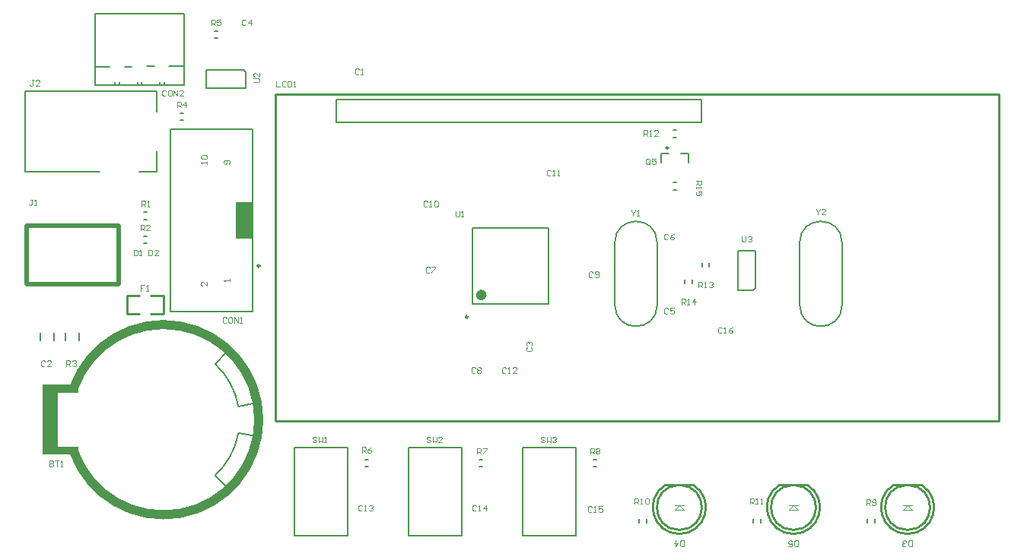
<source format=gto>
%FSLAX44Y44*%
%MOMM*%
G71*
G01*
G75*
%ADD10C,0.2540*%
%ADD11C,0.5080*%
%ADD12C,0.5842*%
%ADD13C,1.2700*%
%ADD14R,0.9000X1.0000*%
%ADD15R,1.0160X0.7620*%
%ADD16R,1.8000X1.3000*%
%ADD17R,1.1430X1.2700*%
%ADD18R,1.0000X1.0000*%
%ADD19R,1.0000X1.0000*%
%ADD20R,1.0000X0.9000*%
G04:AMPARAMS|DCode=21|XSize=2.8mm|YSize=0.5mm|CornerRadius=0.125mm|HoleSize=0mm|Usage=FLASHONLY|Rotation=180.000|XOffset=0mm|YOffset=0mm|HoleType=Round|Shape=RoundedRectangle|*
%AMROUNDEDRECTD21*
21,1,2.8000,0.2500,0,0,180.0*
21,1,2.5500,0.5000,0,0,180.0*
1,1,0.2500,-1.2750,0.1250*
1,1,0.2500,1.2750,0.1250*
1,1,0.2500,1.2750,-0.1250*
1,1,0.2500,-1.2750,-0.1250*
%
%ADD21ROUNDEDRECTD21*%
G04:AMPARAMS|DCode=22|XSize=3.5mm|YSize=2.05mm|CornerRadius=0.5125mm|HoleSize=0mm|Usage=FLASHONLY|Rotation=180.000|XOffset=0mm|YOffset=0mm|HoleType=Round|Shape=RoundedRectangle|*
%AMROUNDEDRECTD22*
21,1,3.5000,1.0250,0,0,180.0*
21,1,2.4750,2.0500,0,0,180.0*
1,1,1.0250,-1.2375,0.5125*
1,1,1.0250,1.2375,0.5125*
1,1,1.0250,1.2375,-0.5125*
1,1,1.0250,-1.2375,-0.5125*
%
%ADD22ROUNDEDRECTD22*%
G04:AMPARAMS|DCode=23|XSize=4mm|YSize=2.05mm|CornerRadius=0.5125mm|HoleSize=0mm|Usage=FLASHONLY|Rotation=180.000|XOffset=0mm|YOffset=0mm|HoleType=Round|Shape=RoundedRectangle|*
%AMROUNDEDRECTD23*
21,1,4.0000,1.0250,0,0,180.0*
21,1,2.9750,2.0500,0,0,180.0*
1,1,1.0250,-1.4875,0.5125*
1,1,1.0250,1.4875,0.5125*
1,1,1.0250,1.4875,-0.5125*
1,1,1.0250,-1.4875,-0.5125*
%
%ADD23ROUNDEDRECTD23*%
G04:AMPARAMS|DCode=24|XSize=3.5mm|YSize=2.05mm|CornerRadius=0.5125mm|HoleSize=0mm|Usage=FLASHONLY|Rotation=180.000|XOffset=0mm|YOffset=0mm|HoleType=Round|Shape=RoundedRectangle|*
%AMROUNDEDRECTD24*
21,1,3.5000,1.0250,0,0,180.0*
21,1,2.4750,2.0500,0,0,180.0*
1,1,1.0250,-1.2375,0.5125*
1,1,1.0250,1.2375,0.5125*
1,1,1.0250,1.2375,-0.5125*
1,1,1.0250,-1.2375,-0.5125*
%
%ADD24ROUNDEDRECTD24*%
%ADD25O,0.6000X1.9000*%
%ADD26O,1.9000X0.6000*%
%ADD27O,0.6000X2.0500*%
%ADD28O,2.0500X0.6000*%
%ADD29R,0.6000X0.8500*%
%ADD30C,1.0160*%
%ADD31C,0.7620*%
%ADD32C,0.3810*%
%ADD33R,2.5250X7.2000*%
%ADD34R,4.1500X2.0750*%
%ADD35R,2.7250X2.0750*%
%ADD36R,1.2250X7.2000*%
%ADD37C,1.6500*%
%ADD38R,1.6500X1.6500*%
%ADD39C,1.6000*%
%ADD40O,1.5000X2.5000*%
%ADD41R,1.5000X2.5000*%
%ADD42O,4.0000X2.0000*%
%ADD43O,2.0000X4.5000*%
%ADD44O,2.0000X4.0000*%
%ADD45C,2.0000*%
%ADD46C,1.7000*%
%ADD47C,0.9000*%
%ADD48C,6.0000*%
%ADD49C,1.5000*%
%ADD50R,1.5000X1.5000*%
%ADD51C,5.0000*%
%ADD52C,0.7000*%
%ADD53C,1.2700*%
%ADD54C,0.2500*%
%ADD55C,0.2000*%
%ADD56C,1.0000*%
%ADD57C,0.6000*%
%ADD58C,0.1000*%
%ADD59C,0.5000*%
%ADD60C,0.1016*%
%ADD61R,1.9000X4.1000*%
%ADD62R,1.7500X7.7750*%
%ADD63R,3.1250X0.8750*%
D10*
X728544Y74526D02*
G03*
X729416Y74526I436J-24996D01*
G01*
X713802Y74826D02*
G03*
X744158Y74826I15178J-25296D01*
G01*
X855544Y74526D02*
G03*
X856416Y74526I436J-24996D01*
G01*
X840802Y74826D02*
G03*
X871158Y74826I15178J-25296D01*
G01*
X982544Y74526D02*
G03*
X983416Y74526I436J-24996D01*
G01*
X967802Y74826D02*
G03*
X998158Y74826I15178J-25296D01*
G01*
X140970Y285750D02*
X147320D01*
X114300Y265430D02*
Y285750D01*
X154940Y265430D02*
Y285750D01*
X114300Y265430D02*
X128270D01*
X114300Y285750D02*
X128270D01*
X147320D02*
X154940D01*
X140970Y265430D02*
X154940D01*
X713802Y74826D02*
X744158D01*
X840802D02*
X871158D01*
X967802D02*
X998158D01*
X279400Y146050D02*
X1084400D01*
X279400D02*
Y510312D01*
X1084400D01*
Y146050D02*
Y510312D01*
D54*
X262030Y318770D02*
G03*
X262030Y318770I-1250J0D01*
G01*
X493770Y261770D02*
G03*
X493770Y261770I-1250J0D01*
G01*
X716650Y450380D02*
G03*
X716650Y450380I-1250J0D01*
G01*
D55*
X704220Y344880D02*
G03*
X657220Y344880I-23500J0D01*
G01*
Y274880D02*
G03*
X704220Y274880I23500J0D01*
G01*
X862960D02*
G03*
X909960Y274880I23500J0D01*
G01*
Y344880D02*
G03*
X862960Y344880I-23500J0D01*
G01*
X212535Y85374D02*
G03*
X238192Y132365I-57595J61946D01*
G01*
Y162275D02*
G03*
X212535Y209266I-83252J-14955D01*
G01*
X132620Y343980D02*
X136620D01*
X132620Y351980D02*
X136620D01*
X61340Y236030D02*
Y244030D01*
X45340Y236030D02*
Y244030D01*
X132620Y370650D02*
X136620D01*
X132620Y378650D02*
X136620D01*
X162280Y267970D02*
Y471170D01*
X254280Y267970D02*
Y471170D01*
X162280Y267970D02*
X254280D01*
X162280Y471170D02*
X254280D01*
X17400Y236030D02*
Y244030D01*
X33400Y236030D02*
Y244030D01*
X173260Y489140D02*
X177260D01*
X173260Y481140D02*
X177260D01*
X211360Y580580D02*
X215360D01*
X211360Y572580D02*
X215360D01*
X704220Y274880D02*
Y344880D01*
X657220Y274880D02*
Y344880D01*
X78770Y520400D02*
Y599400D01*
X177770D01*
Y520400D02*
Y599400D01*
X78770Y520400D02*
X177770D01*
X160770Y540900D02*
X176770D01*
X78770Y540400D02*
X94770D01*
X111770D02*
X119770D01*
X100770Y520400D02*
Y523400D01*
X105770Y520400D02*
Y523400D01*
X125770Y520400D02*
Y523400D01*
X130770Y520400D02*
Y523400D01*
X136770Y540900D02*
X144770D01*
X150770Y520400D02*
Y523400D01*
X155770Y520400D02*
Y523400D01*
X721900Y462090D02*
X725900D01*
X721900Y470090D02*
X725900D01*
X633000Y103060D02*
X637000D01*
X633000Y95060D02*
X637000D01*
X506000Y103060D02*
X510000D01*
X506000Y95060D02*
X510000D01*
X379000Y103060D02*
X383000D01*
X379000Y95060D02*
X383000D01*
X427200Y18310D02*
X487200D01*
Y116310D01*
X427200D02*
X487200D01*
X427200Y18310D02*
Y116310D01*
X554200Y18310D02*
X614200D01*
Y116310D01*
X554200D02*
X614200D01*
X554200Y18310D02*
Y116310D01*
X300200Y18310D02*
X360200D01*
Y116310D01*
X300200D02*
X360200D01*
X300200Y18310D02*
Y116310D01*
X862960Y274880D02*
Y344880D01*
X909960Y274880D02*
Y344880D01*
X811340Y32290D02*
Y36290D01*
X819340Y32290D02*
Y36290D01*
X684340Y32290D02*
Y36290D01*
X692340Y32290D02*
Y36290D01*
X938340Y32290D02*
Y36290D01*
X946340Y32290D02*
Y36290D01*
X147270Y513630D02*
X147270Y490630D01*
X1270Y513630D02*
X147270D01*
X1270Y423630D02*
Y513630D01*
X147270Y423630D02*
Y446630D01*
X128270Y423630D02*
X147270D01*
X1270D02*
X84270D01*
X238440Y132320D02*
X258190Y128820D01*
X212535Y85374D02*
X225940Y71070D01*
X212535Y209266D02*
X225940Y223570D01*
X238440Y162320D02*
X258190Y165820D01*
X29940Y185320D02*
X50940D01*
X29940Y109320D02*
X50690D01*
X753229Y478562D02*
Y503962D01*
X365879D02*
X753229D01*
X346829D02*
X365879D01*
X346829Y478562D02*
Y503962D01*
Y478562D02*
X753229D01*
X244040Y537050D02*
X246790Y534300D01*
X202790Y537050D02*
X244040D01*
X202790Y517050D02*
Y537050D01*
X246790Y517050D02*
Y534300D01*
X202790Y517050D02*
X246790D01*
X811160Y291690D02*
X813910Y294440D01*
Y335690D01*
X793910D02*
X813910D01*
X793910Y291690D02*
X811160D01*
X793910D02*
Y335690D01*
X498520Y276270D02*
X583520D01*
X498520Y361270D02*
X583520D01*
X498520Y276270D02*
Y361270D01*
X583520Y276270D02*
Y361270D01*
X754190Y318040D02*
Y322040D01*
X762190Y318040D02*
Y322040D01*
X735140Y298990D02*
Y302990D01*
X743140Y298990D02*
Y302990D01*
X708900Y433880D02*
Y443880D01*
X716900D01*
X738900Y433880D02*
Y443880D01*
X730900D02*
X738900D01*
X721900Y403670D02*
X725900D01*
X721900Y411670D02*
X725900D01*
D56*
X55464Y110708D02*
G03*
X55350Y183621I99476J36612D01*
G01*
D57*
X511520Y286270D02*
G03*
X511520Y286270I-3000J0D01*
G01*
D58*
X723900Y52070D02*
X734060D01*
X723900Y46990D02*
X728980D01*
X734060D01*
X723900D02*
X728980Y52070D01*
X734060Y46990D01*
X850900Y52070D02*
X861060D01*
X850900Y46990D02*
X855980D01*
X861060D01*
X850900D02*
X855980Y52070D01*
X861060Y46990D01*
X977900Y52070D02*
X988060D01*
X977900Y46990D02*
X982980D01*
X988060D01*
X977900D02*
X982980Y52070D01*
X988060Y46990D01*
D59*
X2590Y298210D02*
Y363210D01*
X105090D01*
Y298210D02*
Y363210D01*
X2590Y298210D02*
X105090D01*
D60*
X27940Y101598D02*
Y95250D01*
X31114D01*
X32172Y96308D01*
Y97366D01*
X31114Y98424D01*
X27940D01*
X31114D01*
X32172Y99482D01*
Y100540D01*
X31114Y101598D01*
X27940D01*
X34288D02*
X38520D01*
X36404D01*
Y95250D01*
X40636D02*
X42752D01*
X41694D01*
Y101598D01*
X40636Y100540D01*
X372532Y537420D02*
X371474Y538478D01*
X369358D01*
X368300Y537420D01*
Y533188D01*
X369358Y532130D01*
X371474D01*
X372532Y533188D01*
X374648Y532130D02*
X376764D01*
X375706D01*
Y538478D01*
X374648Y537420D01*
X23282Y212300D02*
X22224Y213358D01*
X20108D01*
X19050Y212300D01*
Y208068D01*
X20108Y207010D01*
X22224D01*
X23282Y208068D01*
X29630Y207010D02*
X25398D01*
X29630Y211242D01*
Y212300D01*
X28572Y213358D01*
X26456D01*
X25398Y212300D01*
X559860Y227752D02*
X558802Y226694D01*
Y224578D01*
X559860Y223520D01*
X564092D01*
X565150Y224578D01*
Y226694D01*
X564092Y227752D01*
X559860Y229868D02*
X558802Y230926D01*
Y233042D01*
X559860Y234100D01*
X560918D01*
X561976Y233042D01*
Y231984D01*
Y233042D01*
X563034Y234100D01*
X564092D01*
X565150Y233042D01*
Y230926D01*
X564092Y229868D01*
X246802Y592030D02*
X245744Y593088D01*
X243628D01*
X242570Y592030D01*
Y587798D01*
X243628Y586740D01*
X245744D01*
X246802Y587798D01*
X252092Y586740D02*
Y593088D01*
X248918Y589914D01*
X253150D01*
X716702Y270720D02*
X715644Y271778D01*
X713528D01*
X712470Y270720D01*
Y266488D01*
X713528Y265430D01*
X715644D01*
X716702Y266488D01*
X723050Y271778D02*
X718818D01*
Y268604D01*
X720934Y269662D01*
X721992D01*
X723050Y268604D01*
Y266488D01*
X721992Y265430D01*
X719876D01*
X718818Y266488D01*
X716702Y353270D02*
X715644Y354328D01*
X713528D01*
X712470Y353270D01*
Y349038D01*
X713528Y347980D01*
X715644D01*
X716702Y349038D01*
X723050Y354328D02*
X720934Y353270D01*
X718818Y351154D01*
Y349038D01*
X719876Y347980D01*
X721992D01*
X723050Y349038D01*
Y350096D01*
X721992Y351154D01*
X718818D01*
X451272Y316440D02*
X450214Y317498D01*
X448098D01*
X447040Y316440D01*
Y312208D01*
X448098Y311150D01*
X450214D01*
X451272Y312208D01*
X453388Y317498D02*
X457620D01*
Y316440D01*
X453388Y312208D01*
Y311150D01*
X502072Y204680D02*
X501014Y205738D01*
X498898D01*
X497840Y204680D01*
Y200448D01*
X498898Y199390D01*
X501014D01*
X502072Y200448D01*
X504188Y204680D02*
X505246Y205738D01*
X507362D01*
X508420Y204680D01*
Y203622D01*
X507362Y202564D01*
X508420Y201506D01*
Y200448D01*
X507362Y199390D01*
X505246D01*
X504188Y200448D01*
Y201506D01*
X505246Y202564D01*
X504188Y203622D01*
Y204680D01*
X505246Y202564D02*
X507362D01*
X632882Y311360D02*
X631824Y312418D01*
X629708D01*
X628650Y311360D01*
Y307128D01*
X629708Y306070D01*
X631824D01*
X632882Y307128D01*
X634998D02*
X636056Y306070D01*
X638172D01*
X639230Y307128D01*
Y311360D01*
X638172Y312418D01*
X636056D01*
X634998Y311360D01*
Y310302D01*
X636056Y309244D01*
X639230D01*
X448732Y390100D02*
X447674Y391158D01*
X445558D01*
X444500Y390100D01*
Y385868D01*
X445558Y384810D01*
X447674D01*
X448732Y385868D01*
X450848Y384810D02*
X452964D01*
X451906D01*
Y391158D01*
X450848Y390100D01*
X456138D02*
X457196Y391158D01*
X459312D01*
X460370Y390100D01*
Y385868D01*
X459312Y384810D01*
X457196D01*
X456138Y385868D01*
Y390100D01*
X585892Y424390D02*
X584834Y425448D01*
X582718D01*
X581660Y424390D01*
Y420158D01*
X582718Y419100D01*
X584834D01*
X585892Y420158D01*
X588008Y419100D02*
X590124D01*
X589066D01*
Y425448D01*
X588008Y424390D01*
X593298Y419100D02*
X595414D01*
X594356D01*
Y425448D01*
X593298Y424390D01*
X536362Y204680D02*
X535304Y205738D01*
X533188D01*
X532130Y204680D01*
Y200448D01*
X533188Y199390D01*
X535304D01*
X536362Y200448D01*
X538478Y199390D02*
X540594D01*
X539536D01*
Y205738D01*
X538478Y204680D01*
X548000Y199390D02*
X543768D01*
X548000Y203622D01*
Y204680D01*
X546942Y205738D01*
X544826D01*
X543768Y204680D01*
X376342Y51010D02*
X375284Y52068D01*
X373168D01*
X372110Y51010D01*
Y46778D01*
X373168Y45720D01*
X375284D01*
X376342Y46778D01*
X378458Y45720D02*
X380574D01*
X379516D01*
Y52068D01*
X378458Y51010D01*
X383748D02*
X384806Y52068D01*
X386922D01*
X387980Y51010D01*
Y49952D01*
X386922Y48894D01*
X385864D01*
X386922D01*
X387980Y47836D01*
Y46778D01*
X386922Y45720D01*
X384806D01*
X383748Y46778D01*
X503342Y51010D02*
X502284Y52068D01*
X500168D01*
X499110Y51010D01*
Y46778D01*
X500168Y45720D01*
X502284D01*
X503342Y46778D01*
X505458Y45720D02*
X507574D01*
X506516D01*
Y52068D01*
X505458Y51010D01*
X513922Y45720D02*
Y52068D01*
X510748Y48894D01*
X514980D01*
X631612Y49740D02*
X630554Y50798D01*
X628438D01*
X627380Y49740D01*
Y45508D01*
X628438Y44450D01*
X630554D01*
X631612Y45508D01*
X633728Y44450D02*
X635844D01*
X634786D01*
Y50798D01*
X633728Y49740D01*
X643250Y50798D02*
X639018D01*
Y47624D01*
X641134Y48682D01*
X642192D01*
X643250Y47624D01*
Y45508D01*
X642192Y44450D01*
X640076D01*
X639018Y45508D01*
X776392Y249130D02*
X775334Y250188D01*
X773218D01*
X772160Y249130D01*
Y244898D01*
X773218Y243840D01*
X775334D01*
X776392Y244898D01*
X778508Y243840D02*
X780624D01*
X779566D01*
Y250188D01*
X778508Y249130D01*
X788030Y250188D02*
X785914Y249130D01*
X783798Y247014D01*
Y244898D01*
X784856Y243840D01*
X786972D01*
X788030Y244898D01*
Y245956D01*
X786972Y247014D01*
X783798D01*
X225212Y260560D02*
X224154Y261618D01*
X222038D01*
X220980Y260560D01*
Y256328D01*
X222038Y255270D01*
X224154D01*
X225212Y256328D01*
X230502Y261618D02*
X228386D01*
X227328Y260560D01*
Y256328D01*
X228386Y255270D01*
X230502D01*
X231560Y256328D01*
Y260560D01*
X230502Y261618D01*
X233676Y255270D02*
Y261618D01*
X237908Y255270D01*
Y261618D01*
X240024Y255270D02*
X242140D01*
X241082D01*
Y261618D01*
X240024Y260560D01*
X157902Y513290D02*
X156844Y514348D01*
X154728D01*
X153670Y513290D01*
Y509058D01*
X154728Y508000D01*
X156844D01*
X157902Y509058D01*
X163192Y514348D02*
X161076D01*
X160018Y513290D01*
Y509058D01*
X161076Y508000D01*
X163192D01*
X164250Y509058D01*
Y513290D01*
X163192Y514348D01*
X166366Y508000D02*
Y514348D01*
X170598Y508000D01*
Y514348D01*
X176946Y508000D02*
X172714D01*
X176946Y512232D01*
Y513290D01*
X175888Y514348D01*
X173772D01*
X172714Y513290D01*
X121920Y336548D02*
Y330200D01*
X125094D01*
X126152Y331258D01*
Y335490D01*
X125094Y336548D01*
X121920D01*
X128268Y330200D02*
X130384D01*
X129326D01*
Y336548D01*
X128268Y335490D01*
X138430Y336548D02*
Y330200D01*
X141604D01*
X142662Y331258D01*
Y335490D01*
X141604Y336548D01*
X138430D01*
X149010Y330200D02*
X144778D01*
X149010Y334432D01*
Y335490D01*
X147952Y336548D01*
X145836D01*
X144778Y335490D01*
X988060Y6352D02*
Y12700D01*
X984886D01*
X983828Y11642D01*
Y7410D01*
X984886Y6352D01*
X988060D01*
X981712Y7410D02*
X980654Y6352D01*
X978538D01*
X977480Y7410D01*
Y8468D01*
X978538Y9526D01*
X979596D01*
X978538D01*
X977480Y10584D01*
Y11642D01*
X978538Y12700D01*
X980654D01*
X981712Y11642D01*
X734060Y6352D02*
Y12700D01*
X730886D01*
X729828Y11642D01*
Y7410D01*
X730886Y6352D01*
X734060D01*
X724538Y12700D02*
Y6352D01*
X727712Y9526D01*
X723480D01*
X861060Y6352D02*
Y12700D01*
X857886D01*
X856828Y11642D01*
Y7410D01*
X857886Y6352D01*
X861060D01*
X850480D02*
X854712D01*
Y9526D01*
X852596Y8468D01*
X851538D01*
X850480Y9526D01*
Y11642D01*
X851538Y12700D01*
X853654D01*
X854712Y11642D01*
X133772Y297178D02*
X129540D01*
Y294004D01*
X131656D01*
X129540D01*
Y290830D01*
X135888D02*
X138004D01*
X136946D01*
Y297178D01*
X135888Y296120D01*
X9312Y392428D02*
X7196D01*
X8254D01*
Y387138D01*
X7196Y386080D01*
X6138D01*
X5080Y387138D01*
X11428Y386080D02*
X13544D01*
X12486D01*
Y392428D01*
X11428Y391370D01*
X10582Y525778D02*
X8466D01*
X9524D01*
Y520488D01*
X8466Y519430D01*
X7408D01*
X6350Y520488D01*
X16930Y519430D02*
X12698D01*
X16930Y523662D01*
Y524720D01*
X15872Y525778D01*
X13756D01*
X12698Y524720D01*
X280670Y524508D02*
Y518160D01*
X284902D01*
X291250Y523450D02*
X290192Y524508D01*
X288076D01*
X287018Y523450D01*
Y519218D01*
X288076Y518160D01*
X290192D01*
X291250Y519218D01*
X293366Y524508D02*
Y518160D01*
X296540D01*
X297598Y519218D01*
Y523450D01*
X296540Y524508D01*
X293366D01*
X299714Y518160D02*
X301830D01*
X300772D01*
Y524508D01*
X299714Y523450D01*
X130810Y384810D02*
Y391158D01*
X133984D01*
X135042Y390100D01*
Y387984D01*
X133984Y386926D01*
X130810D01*
X132926D02*
X135042Y384810D01*
X137158D02*
X139274D01*
X138216D01*
Y391158D01*
X137158Y390100D01*
X129540Y358140D02*
Y364488D01*
X132714D01*
X133772Y363430D01*
Y361314D01*
X132714Y360256D01*
X129540D01*
X131656D02*
X133772Y358140D01*
X140120D02*
X135888D01*
X140120Y362372D01*
Y363430D01*
X139062Y364488D01*
X136946D01*
X135888Y363430D01*
X46990Y207010D02*
Y213358D01*
X50164D01*
X51222Y212300D01*
Y210184D01*
X50164Y209126D01*
X46990D01*
X49106D02*
X51222Y207010D01*
X53338Y212300D02*
X54396Y213358D01*
X56512D01*
X57570Y212300D01*
Y211242D01*
X56512Y210184D01*
X55454D01*
X56512D01*
X57570Y209126D01*
Y208068D01*
X56512Y207010D01*
X54396D01*
X53338Y208068D01*
X170180Y495300D02*
Y501648D01*
X173354D01*
X174412Y500590D01*
Y498474D01*
X173354Y497416D01*
X170180D01*
X172296D02*
X174412Y495300D01*
X179702D02*
Y501648D01*
X176528Y498474D01*
X180760D01*
X208280Y586740D02*
Y593088D01*
X211454D01*
X212512Y592030D01*
Y589914D01*
X211454Y588856D01*
X208280D01*
X210396D02*
X212512Y586740D01*
X218860Y593088D02*
X214628D01*
Y589914D01*
X216744Y590972D01*
X217802D01*
X218860Y589914D01*
Y587798D01*
X217802Y586740D01*
X215686D01*
X214628Y587798D01*
X375920Y110490D02*
Y116838D01*
X379094D01*
X380152Y115780D01*
Y113664D01*
X379094Y112606D01*
X375920D01*
X378036D02*
X380152Y110490D01*
X386500Y116838D02*
X384384Y115780D01*
X382268Y113664D01*
Y111548D01*
X383326Y110490D01*
X385442D01*
X386500Y111548D01*
Y112606D01*
X385442Y113664D01*
X382268D01*
X504190Y109220D02*
Y115568D01*
X507364D01*
X508422Y114510D01*
Y112394D01*
X507364Y111336D01*
X504190D01*
X506306D02*
X508422Y109220D01*
X510538Y115568D02*
X514770D01*
Y114510D01*
X510538Y110278D01*
Y109220D01*
X629920D02*
Y115568D01*
X633094D01*
X634152Y114510D01*
Y112394D01*
X633094Y111336D01*
X629920D01*
X632036D02*
X634152Y109220D01*
X636268Y114510D02*
X637326Y115568D01*
X639442D01*
X640500Y114510D01*
Y113452D01*
X639442Y112394D01*
X640500Y111336D01*
Y110278D01*
X639442Y109220D01*
X637326D01*
X636268Y110278D01*
Y111336D01*
X637326Y112394D01*
X636268Y113452D01*
Y114510D01*
X637326Y112394D02*
X639442D01*
X937260Y52070D02*
Y58418D01*
X940434D01*
X941492Y57360D01*
Y55244D01*
X940434Y54186D01*
X937260D01*
X939376D02*
X941492Y52070D01*
X943608Y53128D02*
X944666Y52070D01*
X946782D01*
X947840Y53128D01*
Y57360D01*
X946782Y58418D01*
X944666D01*
X943608Y57360D01*
Y56302D01*
X944666Y55244D01*
X947840D01*
X679450Y53340D02*
Y59688D01*
X682624D01*
X683682Y58630D01*
Y56514D01*
X682624Y55456D01*
X679450D01*
X681566D02*
X683682Y53340D01*
X685798D02*
X687914D01*
X686856D01*
Y59688D01*
X685798Y58630D01*
X691088D02*
X692146Y59688D01*
X694262D01*
X695320Y58630D01*
Y54398D01*
X694262Y53340D01*
X692146D01*
X691088Y54398D01*
Y58630D01*
X807720Y53340D02*
Y59688D01*
X810894D01*
X811952Y58630D01*
Y56514D01*
X810894Y55456D01*
X807720D01*
X809836D02*
X811952Y53340D01*
X814068D02*
X816184D01*
X815126D01*
Y59688D01*
X814068Y58630D01*
X819358Y53340D02*
X821474D01*
X820416D01*
Y59688D01*
X819358Y58630D01*
X689610Y463550D02*
Y469898D01*
X692784D01*
X693842Y468840D01*
Y466724D01*
X692784Y465666D01*
X689610D01*
X691726D02*
X693842Y463550D01*
X695958D02*
X698074D01*
X697016D01*
Y469898D01*
X695958Y468840D01*
X705480Y463550D02*
X701248D01*
X705480Y467782D01*
Y468840D01*
X704422Y469898D01*
X702306D01*
X701248Y468840D01*
X325542Y127210D02*
X324484Y128268D01*
X322368D01*
X321310Y127210D01*
Y126152D01*
X322368Y125094D01*
X324484D01*
X325542Y124036D01*
Y122978D01*
X324484Y121920D01*
X322368D01*
X321310Y122978D01*
X327658Y128268D02*
Y121920D01*
X329774Y124036D01*
X331890Y121920D01*
Y128268D01*
X334006Y121920D02*
X336122D01*
X335064D01*
Y128268D01*
X334006Y127210D01*
X452542D02*
X451484Y128268D01*
X449368D01*
X448310Y127210D01*
Y126152D01*
X449368Y125094D01*
X451484D01*
X452542Y124036D01*
Y122978D01*
X451484Y121920D01*
X449368D01*
X448310Y122978D01*
X454658Y128268D02*
Y121920D01*
X456774Y124036D01*
X458890Y121920D01*
Y128268D01*
X465238Y121920D02*
X461006D01*
X465238Y126152D01*
Y127210D01*
X464180Y128268D01*
X462064D01*
X461006Y127210D01*
X579542D02*
X578484Y128268D01*
X576368D01*
X575310Y127210D01*
Y126152D01*
X576368Y125094D01*
X578484D01*
X579542Y124036D01*
Y122978D01*
X578484Y121920D01*
X576368D01*
X575310Y122978D01*
X581658Y128268D02*
Y121920D01*
X583774Y124036D01*
X585890Y121920D01*
Y128268D01*
X588006Y127210D02*
X589064Y128268D01*
X591180D01*
X592238Y127210D01*
Y126152D01*
X591180Y125094D01*
X590122D01*
X591180D01*
X592238Y124036D01*
Y122978D01*
X591180Y121920D01*
X589064D01*
X588006Y122978D01*
X480060Y379728D02*
Y374438D01*
X481118Y373380D01*
X483234D01*
X484292Y374438D01*
Y379728D01*
X486408Y373380D02*
X488524D01*
X487466D01*
Y379728D01*
X486408Y378670D01*
X255272Y523240D02*
X260562D01*
X261620Y524298D01*
Y526414D01*
X260562Y527472D01*
X255272D01*
X261620Y533820D02*
Y529588D01*
X257388Y533820D01*
X256330D01*
X255272Y532762D01*
Y530646D01*
X256330Y529588D01*
X798830Y351788D02*
Y346498D01*
X799888Y345440D01*
X802004D01*
X803062Y346498D01*
Y351788D01*
X805178Y350730D02*
X806236Y351788D01*
X808352D01*
X809410Y350730D01*
Y349672D01*
X808352Y348614D01*
X807294D01*
X808352D01*
X809410Y347556D01*
Y346498D01*
X808352Y345440D01*
X806236D01*
X805178Y346498D01*
X675640Y380998D02*
Y379940D01*
X677756Y377824D01*
X679872Y379940D01*
Y380998D01*
X677756Y377824D02*
Y374650D01*
X681988D02*
X684104D01*
X683046D01*
Y380998D01*
X681988Y379940D01*
X881380Y382268D02*
Y381210D01*
X883496Y379094D01*
X885612Y381210D01*
Y382268D01*
X883496Y379094D02*
Y375920D01*
X891960D02*
X887728D01*
X891960Y380152D01*
Y381210D01*
X890902Y382268D01*
X888786D01*
X887728Y381210D01*
X750570Y294640D02*
Y300988D01*
X753744D01*
X754802Y299930D01*
Y297814D01*
X753744Y296756D01*
X750570D01*
X752686D02*
X754802Y294640D01*
X756918D02*
X759034D01*
X757976D01*
Y300988D01*
X756918Y299930D01*
X762208D02*
X763266Y300988D01*
X765382D01*
X766440Y299930D01*
Y298872D01*
X765382Y297814D01*
X764324D01*
X765382D01*
X766440Y296756D01*
Y295698D01*
X765382Y294640D01*
X763266D01*
X762208Y295698D01*
X731520Y275590D02*
Y281938D01*
X734694D01*
X735752Y280880D01*
Y278764D01*
X734694Y277706D01*
X731520D01*
X733636D02*
X735752Y275590D01*
X737868D02*
X739984D01*
X738926D01*
Y281938D01*
X737868Y280880D01*
X746332Y275590D02*
Y281938D01*
X743158Y278764D01*
X747390D01*
X696382Y432858D02*
Y437090D01*
X695324Y438148D01*
X693208D01*
X692150Y437090D01*
Y432858D01*
X693208Y431800D01*
X695324D01*
X694266Y433916D02*
X696382Y431800D01*
X695324D02*
X696382Y432858D01*
X702730Y438148D02*
X698498D01*
Y434974D01*
X700614Y436032D01*
X701672D01*
X702730Y434974D01*
Y432858D01*
X701672Y431800D01*
X699556D01*
X698498Y432858D01*
X747395Y413131D02*
X753743D01*
Y409957D01*
X752685Y408899D01*
X750569D01*
X749511Y409957D01*
Y413131D01*
Y411015D02*
X747395Y408899D01*
Y406783D02*
Y404667D01*
Y405725D01*
X753743D01*
X752685Y406783D01*
X753743Y397261D02*
Y401493D01*
X750569D01*
X751627Y399377D01*
Y398319D01*
X750569Y397261D01*
X748453D01*
X747395Y398319D01*
Y400435D01*
X748453Y401493D01*
X227422Y432370D02*
X228480Y433428D01*
Y435544D01*
X227422Y436602D01*
X223190D01*
X222132Y435544D01*
Y433428D01*
X223190Y432370D01*
X224248D01*
X225306Y433428D01*
Y436602D01*
X203080Y432370D02*
Y434486D01*
Y433428D01*
X196732D01*
X197790Y432370D01*
Y437660D02*
X196732Y438718D01*
Y440834D01*
X197790Y441892D01*
X202022D01*
X203080Y440834D01*
Y438718D01*
X202022Y437660D01*
X197790D01*
X228480Y301772D02*
Y303888D01*
Y302830D01*
X222132D01*
X223190Y301772D01*
X203080Y301005D02*
Y296773D01*
X198848Y301005D01*
X197790D01*
X196732Y299947D01*
Y297831D01*
X197790Y296773D01*
D61*
X244802Y369569D02*
D03*
D62*
X29035Y147217D02*
D03*
D63*
X44660Y112964D02*
D03*
X44660Y181714D02*
D03*
M02*

</source>
